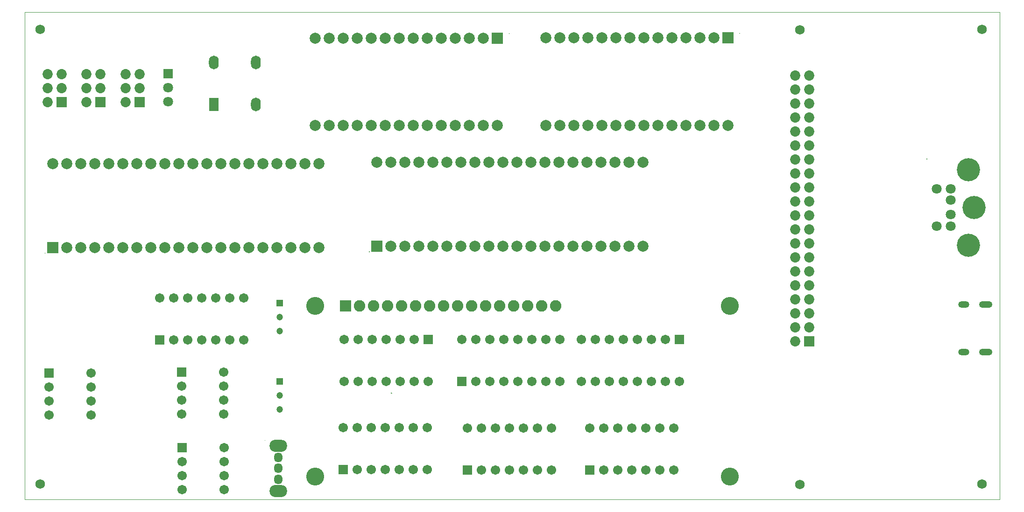
<source format=gbs>
%FSTAX23Y23*%
%MOIN*%
%SFA1B1*%

%IPPOS*%
%ADD19C,0.002360*%
%ADD20C,0.004720*%
%ADD21C,0.002700*%
%ADD44O,0.070000X0.098000*%
%ADD45R,0.070000X0.098000*%
%ADD46C,0.128000*%
%ADD47R,0.082000X0.082000*%
%ADD48C,0.082000*%
%ADD49C,0.068000*%
%ADD50R,0.078870X0.078870*%
%ADD51C,0.078870*%
%ADD52O,0.094610X0.047370*%
%ADD53O,0.078870X0.047370*%
%ADD54C,0.072960*%
%ADD55R,0.072960X0.072960*%
%ADD56C,0.067060*%
%ADD57R,0.067060X0.067060*%
%ADD58C,0.070990*%
%ADD59C,0.165480*%
%ADD60R,0.070990X0.070990*%
%ADD61C,0.070990*%
%ADD62R,0.078870X0.078870*%
%ADD63O,0.126110X0.086740*%
%ADD64O,0.059180X0.070990*%
%ADD65C,0.047240*%
%ADD66R,0.047240X0.047240*%
%ADD67R,0.067060X0.067060*%
%ADD68R,0.047240X0.047240*%
%LN6502_carrier-1*%
%LPD*%
G54D19*
X06814Y04405D02*
D01*
X06814Y04405*
X06814Y04405*
X06814Y04405*
X06814Y04405*
X06814Y04405*
X06814Y04405*
X06814Y04405*
X06814Y04406*
X06814Y04406*
X06814Y04406*
X06814Y04406*
X06814Y04406*
X06814Y04406*
X06814Y04406*
X06813Y04406*
X06813Y04406*
X06813Y04406*
X06813Y04406*
X06813Y04406*
X06813Y04406*
X06813Y04406*
X06813Y04406*
X06813*
X06813Y04406*
X06813Y04406*
X06813Y04406*
X06812Y04406*
X06812Y04406*
X06812Y04406*
X06812Y04406*
X06812Y04406*
X06812Y04406*
X06812Y04406*
X06812Y04406*
X06812Y04406*
X06812Y04406*
X06812Y04406*
X06812Y04405*
X06812Y04405*
X06812Y04405*
X06812Y04405*
X06812Y04405*
X06812Y04405*
X06812Y04405*
X06812Y04405*
X06812Y04405*
X06812Y04405*
X06812Y04405*
X06812Y04405*
X06812Y04405*
X06812Y04404*
X06812Y04404*
X06812Y04404*
X06812Y04404*
X06812Y04404*
X06812Y04404*
X06812Y04404*
X06812Y04404*
X06812Y04404*
X06812Y04404*
X06812Y04404*
X06812Y04404*
X06812Y04404*
X06813Y04404*
X06813Y04404*
X06813Y04404*
X06813Y04404*
X06813*
X06813Y04404*
X06813Y04404*
X06813Y04404*
X06813Y04404*
X06813Y04404*
X06813Y04404*
X06813Y04404*
X06814Y04404*
X06814Y04404*
X06814Y04404*
X06814Y04404*
X06814Y04404*
X06814Y04404*
X06814Y04404*
X06814Y04404*
X06814Y04404*
X06814Y04405*
X06814Y04405*
X06814Y04405*
X06814Y04405*
X06814Y04405*
X06814Y04405*
X0815Y03507D02*
D01*
X0815Y03507*
X0815Y03507*
X0815Y03507*
X0815Y03507*
X08149Y03507*
X08149Y03507*
X08149Y03507*
X08149Y03507*
X08149Y03507*
X08149Y03507*
X08149Y03508*
X08149Y03508*
X08149Y03508*
X08149Y03508*
X08149Y03508*
X08149Y03508*
X08149Y03508*
X08149Y03508*
X08149Y03508*
X08149Y03508*
X08149Y03508*
X08148Y03508*
X08148*
X08148Y03508*
X08148Y03508*
X08148Y03508*
X08148Y03508*
X08148Y03508*
X08148Y03508*
X08148Y03508*
X08148Y03508*
X08148Y03508*
X08148Y03508*
X08148Y03508*
X08147Y03507*
X08147Y03507*
X08147Y03507*
X08147Y03507*
X08147Y03507*
X08147Y03507*
X08147Y03507*
X08147Y03507*
X08147Y03507*
X08147Y03507*
X08147Y03507*
X08147Y03507*
X08147Y03507*
X08147Y03506*
X08147Y03506*
X08147Y03506*
X08147Y03506*
X08147Y03506*
X08147Y03506*
X08147Y03506*
X08147Y03506*
X08148Y03506*
X08148Y03506*
X08148Y03506*
X08148Y03506*
X08148Y03506*
X08148Y03506*
X08148Y03506*
X08148Y03506*
X08148Y03506*
X08148Y03506*
X08148Y03506*
X08148Y03506*
X08148*
X08149Y03506*
X08149Y03506*
X08149Y03506*
X08149Y03506*
X08149Y03506*
X08149Y03506*
X08149Y03506*
X08149Y03506*
X08149Y03506*
X08149Y03506*
X08149Y03506*
X08149Y03506*
X08149Y03506*
X08149Y03506*
X08149Y03506*
X08149Y03506*
X08149Y03506*
X0815Y03506*
X0815Y03506*
X0815Y03507*
X0815Y03507*
X0815Y03507*
X05169Y04404D02*
D01*
X05169Y04404*
X05169Y04404*
X05169Y04404*
X05169Y04404*
X05169Y04404*
X05169Y04404*
X05169Y04404*
X05169Y04405*
X05169Y04405*
X05169Y04405*
X05169Y04405*
X05169Y04405*
X05169Y04405*
X05169Y04405*
X05168Y04405*
X05168Y04405*
X05168Y04405*
X05168Y04405*
X05168Y04405*
X05168Y04405*
X05168Y04405*
X05168Y04405*
X05168*
X05168Y04405*
X05168Y04405*
X05168Y04405*
X05167Y04405*
X05167Y04405*
X05167Y04405*
X05167Y04405*
X05167Y04405*
X05167Y04405*
X05167Y04405*
X05167Y04405*
X05167Y04405*
X05167Y04405*
X05167Y04405*
X05167Y04404*
X05167Y04404*
X05167Y04404*
X05167Y04404*
X05167Y04404*
X05167Y04404*
X05167Y04404*
X05167Y04404*
X05167Y04404*
X05167Y04404*
X05167Y04404*
X05167Y04404*
X05167Y04404*
X05167Y04403*
X05167Y04403*
X05167Y04403*
X05167Y04403*
X05167Y04403*
X05167Y04403*
X05167Y04403*
X05167Y04403*
X05167Y04403*
X05167Y04403*
X05167Y04403*
X05167Y04403*
X05167Y04403*
X05168Y04403*
X05168Y04403*
X05168Y04403*
X05168Y04403*
X05168*
X05168Y04403*
X05168Y04403*
X05168Y04403*
X05168Y04403*
X05168Y04403*
X05168Y04403*
X05168Y04403*
X05169Y04403*
X05169Y04403*
X05169Y04403*
X05169Y04403*
X05169Y04403*
X05169Y04403*
X05169Y04403*
X05169Y04403*
X05169Y04403*
X05169Y04404*
X05169Y04404*
X05169Y04404*
X05169Y04404*
X05169Y04404*
X05169Y04404*
X01856Y02834D02*
D01*
X01856Y02834*
X01856Y02834*
X01856Y02834*
X01856Y02834*
X01856Y02834*
X01856Y02835*
X01856Y02835*
X01856Y02835*
X01855Y02835*
X01855Y02835*
X01855Y02835*
X01855Y02835*
X01855Y02835*
X01855Y02835*
X01855Y02835*
X01855Y02835*
X01855Y02835*
X01855Y02835*
X01855Y02835*
X01855Y02835*
X01855Y02835*
X01855Y02835*
X01854*
X01854Y02835*
X01854Y02835*
X01854Y02835*
X01854Y02835*
X01854Y02835*
X01854Y02835*
X01854Y02835*
X01854Y02835*
X01854Y02835*
X01854Y02835*
X01854Y02835*
X01854Y02835*
X01854Y02835*
X01853Y02835*
X01853Y02835*
X01853Y02835*
X01853Y02834*
X01853Y02834*
X01853Y02834*
X01853Y02834*
X01853Y02834*
X01853Y02834*
X01853Y02834*
X01853Y02834*
X01853Y02834*
X01853Y02834*
X01853Y02834*
X01853Y02834*
X01853Y02834*
X01853Y02833*
X01854Y02833*
X01854Y02833*
X01854Y02833*
X01854Y02833*
X01854Y02833*
X01854Y02833*
X01854Y02833*
X01854Y02833*
X01854Y02833*
X01854Y02833*
X01854Y02833*
X01854Y02833*
X01854Y02833*
X01854Y02833*
X01855*
X01855Y02833*
X01855Y02833*
X01855Y02833*
X01855Y02833*
X01855Y02833*
X01855Y02833*
X01855Y02833*
X01855Y02833*
X01855Y02833*
X01855Y02833*
X01855Y02833*
X01855Y02833*
X01855Y02833*
X01856Y02833*
X01856Y02834*
X01856Y02834*
X01856Y02834*
X01856Y02834*
X01856Y02834*
X01856Y02834*
X01856Y02834*
X01856Y02834*
X04171Y02844D02*
D01*
X04171Y02844*
X04171Y02844*
X04171Y02844*
X04171Y02844*
X04171Y02844*
X04171Y02845*
X04171Y02845*
X04171Y02845*
X0417Y02845*
X0417Y02845*
X0417Y02845*
X0417Y02845*
X0417Y02845*
X0417Y02845*
X0417Y02845*
X0417Y02845*
X0417Y02845*
X0417Y02845*
X0417Y02845*
X0417Y02845*
X0417Y02845*
X0417Y02845*
X04169*
X04169Y02845*
X04169Y02845*
X04169Y02845*
X04169Y02845*
X04169Y02845*
X04169Y02845*
X04169Y02845*
X04169Y02845*
X04169Y02845*
X04169Y02845*
X04169Y02845*
X04169Y02845*
X04169Y02845*
X04168Y02845*
X04168Y02845*
X04168Y02845*
X04168Y02844*
X04168Y02844*
X04168Y02844*
X04168Y02844*
X04168Y02844*
X04168Y02844*
X04168Y02844*
X04168Y02844*
X04168Y02844*
X04168Y02844*
X04168Y02844*
X04168Y02844*
X04168Y02844*
X04168Y02843*
X04169Y02843*
X04169Y02843*
X04169Y02843*
X04169Y02843*
X04169Y02843*
X04169Y02843*
X04169Y02843*
X04169Y02843*
X04169Y02843*
X04169Y02843*
X04169Y02843*
X04169Y02843*
X04169Y02843*
X04169Y02843*
X0417*
X0417Y02843*
X0417Y02843*
X0417Y02843*
X0417Y02843*
X0417Y02843*
X0417Y02843*
X0417Y02843*
X0417Y02843*
X0417Y02843*
X0417Y02843*
X0417Y02843*
X0417Y02843*
X0417Y02843*
X04171Y02843*
X04171Y02844*
X04171Y02844*
X04171Y02844*
X04171Y02844*
X04171Y02844*
X04171Y02844*
X04171Y02844*
X04171Y02844*
X03426Y01495D02*
D01*
X03426Y01495*
X03426Y01495*
X03426Y01495*
X03426Y01495*
X03426Y01495*
X03426Y01496*
X03426Y01496*
X03426Y01496*
X03425Y01496*
X03425Y01496*
X03425Y01496*
X03425Y01496*
X03425Y01496*
X03425Y01496*
X03425Y01496*
X03425Y01496*
X03425Y01496*
X03425Y01496*
X03425Y01496*
X03425Y01496*
X03425Y01496*
X03425Y01496*
X03424*
X03424Y01496*
X03424Y01496*
X03424Y01496*
X03424Y01496*
X03424Y01496*
X03424Y01496*
X03424Y01496*
X03424Y01496*
X03424Y01496*
X03424Y01496*
X03424Y01496*
X03424Y01496*
X03424Y01496*
X03423Y01496*
X03423Y01496*
X03423Y01496*
X03423Y01495*
X03423Y01495*
X03423Y01495*
X03423Y01495*
X03423Y01495*
X03423Y01495*
X03423Y01495*
X03423Y01495*
X03423Y01495*
X03423Y01495*
X03423Y01495*
X03423Y01495*
X03423Y01494*
X03423Y01494*
X03424Y01494*
X03424Y01494*
X03424Y01494*
X03424Y01494*
X03424Y01494*
X03424Y01494*
X03424Y01494*
X03424Y01494*
X03424Y01494*
X03424Y01494*
X03424Y01494*
X03424Y01494*
X03424Y01494*
X03424Y01494*
X03425*
X03425Y01494*
X03425Y01494*
X03425Y01494*
X03425Y01494*
X03425Y01494*
X03425Y01494*
X03425Y01494*
X03425Y01494*
X03425Y01494*
X03425Y01494*
X03425Y01494*
X03425Y01494*
X03425Y01494*
X03426Y01494*
X03426Y01494*
X03426Y01495*
X03426Y01495*
X03426Y01495*
X03426Y01495*
X03426Y01495*
X03426Y01495*
X03426Y01495*
G54D20*
X0433Y01832D02*
D01*
X0433Y01832*
X0433Y01833*
X0433Y01833*
X04329Y01833*
X04329Y01833*
X04329Y01833*
X04329Y01833*
X04329Y01833*
X04329Y01834*
X04329Y01834*
X04329Y01834*
X04329Y01834*
X04329Y01834*
X04329Y01834*
X04328Y01834*
X04328Y01834*
X04328Y01834*
X04328Y01834*
X04328Y01834*
X04328Y01835*
X04327Y01835*
X04327Y01835*
X04327*
X04327Y01835*
X04327Y01835*
X04327Y01834*
X04326Y01834*
X04326Y01834*
X04326Y01834*
X04326Y01834*
X04326Y01834*
X04326Y01834*
X04326Y01834*
X04326Y01834*
X04325Y01834*
X04325Y01834*
X04325Y01833*
X04325Y01833*
X04325Y01833*
X04325Y01833*
X04325Y01833*
X04325Y01833*
X04325Y01833*
X04325Y01832*
X04325Y01832*
X04325Y01832*
X04325Y01832*
X04325Y01832*
X04325Y01832*
X04325Y01831*
X04325Y01831*
X04325Y01831*
X04325Y01831*
X04325Y01831*
X04325Y01831*
X04326Y01831*
X04326Y0183*
X04326Y0183*
X04326Y0183*
X04326Y0183*
X04326Y0183*
X04326Y0183*
X04326Y0183*
X04327Y0183*
X04327Y0183*
X04327Y0183*
X04327Y0183*
X04327*
X04327Y0183*
X04328Y0183*
X04328Y0183*
X04328Y0183*
X04328Y0183*
X04328Y0183*
X04328Y0183*
X04329Y0183*
X04329Y0183*
X04329Y0183*
X04329Y01831*
X04329Y01831*
X04329Y01831*
X04329Y01831*
X04329Y01831*
X04329Y01831*
X04329Y01831*
X04329Y01832*
X0433Y01832*
X0433Y01832*
X0433Y01832*
X0433Y01832*
G54D21*
X0867Y0107D02*
Y04555D01*
X0171D02*
X0867D01*
X0171Y0107D02*
Y04555D01*
Y0107D02*
X0867D01*
G54D44*
X0306Y04195D03*
X0336D03*
Y03895D03*
G54D45*
X0306Y03895D03*
G54D46*
X06745Y01235D03*
Y02455D03*
X03785Y01235D03*
Y02455D03*
G54D47*
X04Y02455D03*
G54D48*
X041Y02455D03*
X042D03*
X043D03*
X044D03*
X045D03*
X046D03*
X047D03*
X048D03*
X049D03*
X05D03*
X051D03*
X052D03*
X053D03*
X054D03*
X055D03*
G54D49*
X07245Y01179D03*
Y04429D03*
X0182Y0118D03*
X08545Y0443D03*
X0182D03*
X08545Y0118D03*
G54D50*
X0673Y0437D03*
X05085Y04369D03*
G54D51*
X0613Y0437D03*
X0663D03*
X0653D03*
X0643D03*
X0633D03*
X0623D03*
X0603D03*
X0593D03*
X0583D03*
X0573D03*
X0563D03*
X0553D03*
X0543D03*
Y03746D03*
X0553D03*
X0563D03*
X0573D03*
X0583D03*
X0593D03*
X0603D03*
X0613D03*
X0623D03*
X0633D03*
X0643D03*
X0653D03*
X0663D03*
X0673D03*
X05085Y03745D03*
X04985D03*
X04885D03*
X04785D03*
X04685D03*
X04585D03*
X04485D03*
X04385D03*
X04285D03*
X04185D03*
X04085D03*
X03985D03*
X03885D03*
X03785D03*
Y04368D03*
X03885D03*
X03985D03*
X04085D03*
X04185D03*
X04285D03*
X04385D03*
X04585D03*
X04685D03*
X04785D03*
X04885D03*
X04985D03*
X04485D03*
X0191Y0347D03*
X0201D03*
X0211D03*
X0221D03*
X0231D03*
X0241D03*
X0251D03*
X0261D03*
X0271D03*
X0281D03*
X0291D03*
X0301D03*
X0311D03*
X0321D03*
X0331D03*
X0341D03*
X0351D03*
X0361D03*
X0371D03*
X0381D03*
Y0287D03*
X0371D03*
X0361D03*
X0351D03*
X0341D03*
X0331D03*
X0321D03*
X0311D03*
X0301D03*
X0291D03*
X0281D03*
X0271D03*
X0261D03*
X0251D03*
X0241D03*
X0231D03*
X0221D03*
X0211D03*
X0201D03*
X04225Y0348D03*
X04325D03*
X04425D03*
X04525D03*
X04625D03*
X04725D03*
X04825D03*
X04925D03*
X05025D03*
X05125D03*
X05225D03*
X05325D03*
X05425D03*
X05525D03*
X05625D03*
X05725D03*
X05825D03*
X05925D03*
X06025D03*
X06125D03*
Y0288D03*
X06025D03*
X05925D03*
X05825D03*
X05725D03*
X05625D03*
X05525D03*
X05425D03*
X05325D03*
X05225D03*
X05125D03*
X05025D03*
X04925D03*
X04825D03*
X04725D03*
X04625D03*
X04525D03*
X04425D03*
X04325D03*
G54D52*
X08572Y02464D03*
Y02124D03*
G54D53*
X08415Y02464D03*
Y02124D03*
G54D54*
X0721Y038D03*
X0731D03*
X0721Y036D03*
X0731D03*
X0721Y034D03*
X0731D03*
X0721Y031D03*
X0731D03*
X0721Y029D03*
X0731D03*
X0721Y027D03*
X0731D03*
X0721Y026D03*
X0731D03*
X0721Y023D03*
X0731D03*
X0721Y022D03*
X0731Y024D03*
X0721D03*
X0731Y025D03*
X0721D03*
X0731Y028D03*
X0721D03*
X0731Y03D03*
X0721D03*
X0731Y032D03*
X0721D03*
X0731Y033D03*
X0721D03*
X0731Y035D03*
X0721D03*
X0731Y037D03*
X0721D03*
X0731Y039D03*
Y04D03*
Y041D03*
X0721Y039D03*
Y04D03*
Y041D03*
X0243Y0391D03*
X0253Y0401D03*
Y0411D03*
X0243Y0401D03*
Y0411D03*
X02152Y0391D03*
X02252Y0401D03*
Y0411D03*
X02152Y0401D03*
Y0411D03*
X01875Y0391D03*
X01975Y0401D03*
Y0411D03*
X01875Y0401D03*
Y0411D03*
G54D55*
X0731Y022D03*
X0253Y0391D03*
X02252D03*
X01975D03*
G54D56*
X05532Y02215D03*
X05432D03*
X05332D03*
X05232D03*
X05132D03*
X05032D03*
X04932D03*
X04832D03*
X05532Y01915D03*
X05432D03*
X05332D03*
X05232D03*
X05132D03*
X05032D03*
X04932D03*
X05685D03*
X05785D03*
X05885D03*
X05985D03*
X06085D03*
X06185D03*
X06285D03*
X06385D03*
X05685Y02215D03*
X05785D03*
X05885D03*
X05985D03*
X06085D03*
X06185D03*
X06285D03*
X0399Y01915D03*
X0409D03*
X0419D03*
X0429D03*
X0439D03*
X0449D03*
X0459D03*
X0399Y02215D03*
X0409D03*
X0419D03*
X0429D03*
X0439D03*
X0449D03*
X06345Y0158D03*
X06245D03*
X06145D03*
X06045D03*
X05945D03*
X05845D03*
X05745D03*
X06345Y0128D03*
X06245D03*
X06145D03*
X06045D03*
X05945D03*
X05845D03*
X0547Y0158D03*
X0537D03*
X0527D03*
X0517D03*
X0507D03*
X0497D03*
X0487D03*
X0547Y0128D03*
X0537D03*
X0527D03*
X0517D03*
X0507D03*
X0497D03*
X04585Y01585D03*
X04485D03*
X04385D03*
X04285D03*
X04185D03*
X04085D03*
X03985D03*
X04585Y01285D03*
X04485D03*
X04385D03*
X04285D03*
X04185D03*
X04085D03*
X02835Y0134D03*
Y0124D03*
Y0114D03*
X03135Y0144D03*
Y0134D03*
Y0124D03*
Y0114D03*
X01885Y01875D03*
Y01775D03*
Y01675D03*
X02185Y01975D03*
Y01875D03*
Y01775D03*
Y01675D03*
X0283Y0188D03*
Y0178D03*
Y0168D03*
X0313Y0198D03*
Y0188D03*
Y0178D03*
Y0168D03*
X02775Y0221D03*
X02875D03*
X02975D03*
X03075D03*
X03175D03*
X03275D03*
X02675Y0251D03*
X02775D03*
X02875D03*
X02975D03*
X03075D03*
X03175D03*
X03275D03*
G54D57*
X04832Y01915D03*
X06385Y02215D03*
X0459D03*
X05745Y0128D03*
X0487D03*
X03985Y01285D03*
X02675Y0221D03*
G54D58*
X0832Y0321D03*
Y03107D03*
X0832Y03292D03*
Y03024D03*
X08221Y03292D03*
Y03024D03*
G54D59*
X08488Y03158D03*
X08449Y02889D03*
Y03428D03*
G54D60*
X02735Y04115D03*
G54D61*
X02735Y04015D03*
Y03915D03*
G54D62*
X0191Y0287D03*
X04225Y0288D03*
G54D63*
X0352Y01456D03*
Y01133D03*
G54D64*
X0352Y01295D03*
Y01216D03*
Y01373D03*
G54D65*
X0353Y02275D03*
Y02375D03*
Y01715D03*
Y01815D03*
G54D66*
X0353Y02475D03*
G54D67*
X02835Y0144D03*
X01885Y01975D03*
X0283Y0198D03*
G54D68*
X0353Y01915D03*
M02*
</source>
